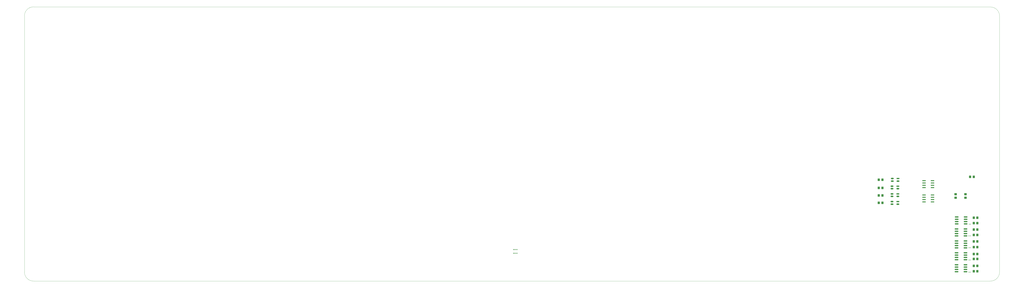
<source format=gbr>
%TF.GenerationSoftware,KiCad,Pcbnew,9.0.0+dfsg-1*%
%TF.CreationDate,2025-06-19T19:52:36-07:00*%
%TF.ProjectId,signalmesh,7369676e-616c-46d6-9573-682e6b696361,rev?*%
%TF.SameCoordinates,Original*%
%TF.FileFunction,Paste,Top*%
%TF.FilePolarity,Positive*%
%FSLAX46Y46*%
G04 Gerber Fmt 4.6, Leading zero omitted, Abs format (unit mm)*
G04 Created by KiCad (PCBNEW 9.0.0+dfsg-1) date 2025-06-19 19:52:36*
%MOMM*%
%LPD*%
G01*
G04 APERTURE LIST*
G04 Aperture macros list*
%AMRoundRect*
0 Rectangle with rounded corners*
0 $1 Rounding radius*
0 $2 $3 $4 $5 $6 $7 $8 $9 X,Y pos of 4 corners*
0 Add a 4 corners polygon primitive as box body*
4,1,4,$2,$3,$4,$5,$6,$7,$8,$9,$2,$3,0*
0 Add four circle primitives for the rounded corners*
1,1,$1+$1,$2,$3*
1,1,$1+$1,$4,$5*
1,1,$1+$1,$6,$7*
1,1,$1+$1,$8,$9*
0 Add four rect primitives between the rounded corners*
20,1,$1+$1,$2,$3,$4,$5,0*
20,1,$1+$1,$4,$5,$6,$7,0*
20,1,$1+$1,$6,$7,$8,$9,0*
20,1,$1+$1,$8,$9,$2,$3,0*%
G04 Aperture macros list end*
%ADD10RoundRect,0.250000X0.450000X-0.350000X0.450000X0.350000X-0.450000X0.350000X-0.450000X-0.350000X0*%
%ADD11RoundRect,0.079500X-0.079500X-0.100500X0.079500X-0.100500X0.079500X0.100500X-0.079500X0.100500X0*%
%ADD12RoundRect,0.250000X-0.350000X-0.450000X0.350000X-0.450000X0.350000X0.450000X-0.350000X0.450000X0*%
%ADD13RoundRect,0.150000X-0.825000X-0.150000X0.825000X-0.150000X0.825000X0.150000X-0.825000X0.150000X0*%
%ADD14R,1.981200X0.558800*%
%ADD15RoundRect,0.250000X0.350000X0.450000X-0.350000X0.450000X-0.350000X-0.450000X0.350000X-0.450000X0*%
%ADD16R,1.600000X0.800000*%
%ADD17O,1.600000X0.800000*%
%ADD18R,0.350000X0.500000*%
%TA.AperFunction,Profile*%
%ADD19C,0.050000*%
%TD*%
G04 APERTURE END LIST*
D10*
%TO.C,R12*%
X546460000Y-153000000D03*
X546460000Y-155000000D03*
%TD*%
D11*
%TO.C,C3*%
X549070000Y-182500000D03*
X548380000Y-182500000D03*
%TD*%
D12*
%TO.C,R20*%
X553000000Y-172550000D03*
X551000000Y-172550000D03*
%TD*%
D13*
%TO.C,U11*%
X546475000Y-178750000D03*
X546475000Y-180020000D03*
X546475000Y-181290000D03*
X546475000Y-182560000D03*
X541525000Y-182560000D03*
X541525000Y-181290000D03*
X541525000Y-180020000D03*
X541525000Y-178750000D03*
%TD*%
D12*
%TO.C,R22*%
X553000000Y-179050000D03*
X551000000Y-179050000D03*
%TD*%
D11*
%TO.C,C1*%
X549246415Y-169509907D03*
X548556415Y-169509907D03*
%TD*%
%TO.C,C5*%
X548380000Y-196000000D03*
X549070000Y-196000000D03*
%TD*%
%TO.C,C2*%
X549027256Y-175997123D03*
X548337256Y-175997123D03*
%TD*%
D13*
%TO.C,U10*%
X546475000Y-172170000D03*
X546475000Y-173440000D03*
X546475000Y-174710000D03*
X546475000Y-175980000D03*
X541525000Y-175980000D03*
X541525000Y-174710000D03*
X541525000Y-173440000D03*
X541525000Y-172170000D03*
%TD*%
%TO.C,U13*%
X546475000Y-191910000D03*
X546475000Y-193180000D03*
X546475000Y-194450000D03*
X546475000Y-195720000D03*
X541525000Y-195720000D03*
X541525000Y-194450000D03*
X541525000Y-193180000D03*
X541525000Y-191910000D03*
%TD*%
D12*
%TO.C,R14*%
X553000000Y-168950000D03*
X551000000Y-168950000D03*
%TD*%
%TO.C,R21*%
X553000000Y-175500000D03*
X551000000Y-175500000D03*
%TD*%
%TO.C,R24*%
X553000000Y-182150000D03*
X551000000Y-182150000D03*
%TD*%
D13*
%TO.C,U12*%
X546475000Y-185330000D03*
X546475000Y-186600000D03*
X546475000Y-187870000D03*
X546475000Y-189140000D03*
X541525000Y-189140000D03*
X541525000Y-187870000D03*
X541525000Y-186600000D03*
X541525000Y-185330000D03*
%TD*%
D11*
%TO.C,C4*%
X549070000Y-189250000D03*
X548380000Y-189250000D03*
%TD*%
D14*
%TO.C,U5*%
X528362200Y-153500000D03*
X528362200Y-154770000D03*
X528362200Y-156040000D03*
X528362200Y-157310000D03*
X523637800Y-157310000D03*
X523637800Y-156040000D03*
X523637800Y-154770000D03*
X523637800Y-153500000D03*
%TD*%
D12*
%TO.C,R26*%
X553000000Y-192500000D03*
X551000000Y-192500000D03*
%TD*%
%TO.C,R23*%
X553000000Y-186000000D03*
X551000000Y-186000000D03*
%TD*%
%TO.C,R28*%
X553000000Y-195450000D03*
X551000000Y-195450000D03*
%TD*%
D14*
%TO.C,U8*%
X528362200Y-145595000D03*
X528362200Y-146865000D03*
X528362200Y-148135000D03*
X528362200Y-149405000D03*
X523637800Y-149405000D03*
X523637800Y-148135000D03*
X523637800Y-146865000D03*
X523637800Y-145595000D03*
%TD*%
D12*
%TO.C,R13*%
X553000000Y-166000000D03*
X551000000Y-166000000D03*
%TD*%
%TO.C,R25*%
X553000000Y-188650000D03*
X551000000Y-188650000D03*
%TD*%
D10*
%TO.C,R11*%
X541000000Y-153000000D03*
X541000000Y-155000000D03*
%TD*%
D15*
%TO.C,R19*%
X549000000Y-143500000D03*
X551000000Y-143500000D03*
%TD*%
D13*
%TO.C,U7*%
X546545000Y-165595000D03*
X546545000Y-166865000D03*
X546545000Y-168135000D03*
X546545000Y-169405000D03*
X541595000Y-169405000D03*
X541595000Y-168135000D03*
X541595000Y-166865000D03*
X541595000Y-165595000D03*
%TD*%
D16*
%TO.C,D2*%
X509300000Y-148600000D03*
D17*
X506100000Y-148600000D03*
X509300000Y-150000000D03*
X506100000Y-150000000D03*
%TD*%
D15*
%TO.C,R17*%
X500800000Y-149600000D03*
X498800000Y-149600000D03*
%TD*%
%TO.C,R16*%
X500800000Y-145100000D03*
X498800000Y-145100000D03*
%TD*%
D18*
%TO.C,U6*%
X298000000Y-183500000D03*
X298650000Y-183500000D03*
X299300000Y-183500000D03*
X299950000Y-183500000D03*
X299950000Y-185550000D03*
X299300000Y-185550000D03*
X298650000Y-185550000D03*
X298000000Y-185550000D03*
%TD*%
D16*
%TO.C,D4*%
X509300000Y-157100000D03*
D17*
X506100000Y-157100000D03*
X509300000Y-158500000D03*
X506100000Y-158500000D03*
%TD*%
D15*
%TO.C,R18*%
X500800000Y-153740000D03*
X498800000Y-153740000D03*
%TD*%
%TO.C,R15*%
X500800000Y-157740000D03*
X498800000Y-157740000D03*
%TD*%
D16*
%TO.C,D3*%
X509300000Y-152845100D03*
D17*
X506100000Y-152845100D03*
X509300000Y-154245100D03*
X506100000Y-154245100D03*
%TD*%
D16*
%TO.C,D1*%
X509400000Y-144400000D03*
D17*
X506200000Y-144400000D03*
X509400000Y-145800000D03*
X506200000Y-145800000D03*
%TD*%
D19*
X34180000Y-200880000D02*
G75*
G02*
X29180000Y-195880000I0J5000000D01*
G01*
X29180000Y-195880000D02*
X29180000Y-54880000D01*
X34180000Y-49880000D02*
X560180000Y-49951068D01*
X560180000Y-200880000D02*
X34180000Y-200880000D01*
X565180000Y-195880000D02*
G75*
G02*
X560180000Y-200880000I-5000000J0D01*
G01*
X565180000Y-54951068D02*
X565180000Y-195880000D01*
X29180000Y-54880000D02*
G75*
G02*
X34180000Y-49880000I5000000J0D01*
G01*
X560180000Y-49951068D02*
G75*
G02*
X565180032Y-54951068I0J-5000032D01*
G01*
M02*

</source>
